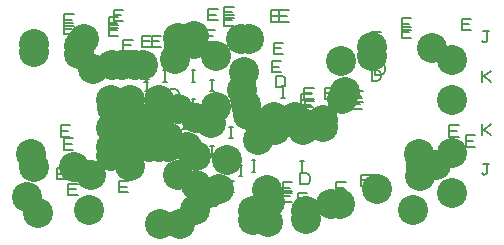
<source format=gbr>
%FSLAX25Y25*%
%MOIN*%
G04 EasyPC Gerber Version 18.0.8 Build 3632 *
%ADD10C,0.00500*%
%ADD150C,0.10000*%
X0Y0D02*
D02*
D10*
X44226Y31266D02*
Y35016D01*
X47351*
X46726Y33141D02*
X44226D01*
Y31266D02*
X47351D01*
X45407Y45439D02*
Y49189D01*
X48532*
X47907Y47314D02*
X45407D01*
Y45439D02*
X48532D01*
X46574Y79512D02*
Y83262D01*
X49700*
X49074Y81387D02*
X46574D01*
Y79512D02*
X49700D01*
X46588Y41108D02*
Y44858D01*
X49713*
X49088Y42983D02*
X46588D01*
Y41108D02*
X49713D01*
X46653Y82425D02*
Y86175D01*
X49778*
X49153Y84300D02*
X46653D01*
Y82425D02*
X49778D01*
X47992Y26008D02*
Y29758D01*
X51117*
X50492Y27883D02*
X47992D01*
Y26008D02*
X51117D01*
X59777Y41305D02*
Y45055D01*
X62902*
X62277Y43180D02*
X59777D01*
Y41305D02*
X62902D01*
X61574Y78961D02*
Y82711D01*
X64700*
X64074Y80836D02*
X61574D01*
Y78961D02*
X64700D01*
X61574Y81520D02*
Y85270D01*
X64700*
X64074Y83395D02*
X61574D01*
Y81520D02*
X64700D01*
X63124Y84022D02*
Y87772D01*
X66249*
X65624Y85897D02*
X63124D01*
Y84022D02*
X66249D01*
X64895Y26935D02*
Y30685D01*
X68020*
X67395Y28810D02*
X64895D01*
Y26935D02*
X68020D01*
X65486Y38549D02*
Y42299D01*
X67361*
X67986Y41987*
X68298Y41674*
X68611Y41049*
Y39799*
X68298Y39174*
X67986Y38862*
X67361Y38549*
X65486*
X66273Y73982D02*
Y77732D01*
X69398*
X68773Y75857D02*
X66273D01*
Y73982D02*
X69398D01*
X73313Y44848D02*
X74563D01*
X73938D02*
Y48598D01*
X73313D02*
X74563D01*
X73313Y47998D02*
X74563D01*
X73938D02*
Y51748D01*
X73313D02*
X74563D01*
X73313Y54297D02*
X74563D01*
X73938D02*
Y58047D01*
X73313D02*
X74563D01*
X73313Y63746D02*
X74563D01*
X73938D02*
Y67496D01*
X73313D02*
X74563D01*
X73510Y60793D02*
X74760D01*
X74135D02*
Y64543D01*
X73510D02*
X74760D01*
X72598Y75360D02*
Y79110D01*
X75723*
X75098Y77235D02*
X72598D01*
Y75360D02*
X75723D01*
X75748D02*
Y79110D01*
X78873*
X78248Y77235D02*
X75748D01*
Y75360D02*
X78873D01*
X79612Y41699D02*
X80862D01*
X80237D02*
Y45449D01*
X79612D02*
X80862D01*
X79612Y47998D02*
X80862D01*
X80237D02*
Y51748D01*
X79612D02*
X80862D01*
X79612Y54297D02*
X80862D01*
X80237D02*
Y58047D01*
X79612D02*
X80862D01*
X79612Y63746D02*
X80862D01*
X80237D02*
Y67496D01*
X79612D02*
X80862D01*
X80078Y75360D02*
Y79110D01*
X83204*
X82578Y77235D02*
X80078D01*
Y75360D02*
X83204D01*
X81824Y51148D02*
Y54898D01*
X83700*
X84324Y54585*
X84637Y54273*
X84950Y53648*
Y52398*
X84637Y51773*
X84324Y51460*
X83700Y51148*
X81824*
X82762Y54297D02*
X84012D01*
X83387D02*
Y58047D01*
X82762D02*
X84012D01*
X81824Y57447D02*
Y61197D01*
X83700*
X84324Y60885*
X84637Y60572*
X84950Y59947*
Y58697*
X84637Y58072*
X84324Y57759*
X83700Y57447*
X81824*
X82834Y75360D02*
Y79110D01*
X85959*
X85334Y77235D02*
X82834D01*
Y75360D02*
X85959D01*
X85911Y47998D02*
X87161D01*
X86537D02*
Y51748D01*
X85911D02*
X87161D01*
X85911Y54297D02*
X87161D01*
X86537D02*
Y58047D01*
X85911D02*
X87161D01*
X89061Y47998D02*
X90311D01*
X89686D02*
Y51748D01*
X89061D02*
X90311D01*
X89061Y54297D02*
X90311D01*
X89686D02*
Y58047D01*
X89061D02*
X90311D01*
X89061Y63746D02*
X90311D01*
X89686D02*
Y67496D01*
X89061D02*
X90311D01*
X88517Y22407D02*
Y26157D01*
X90393*
X91017Y25845*
X91330Y25533*
X91643Y24907*
Y23657*
X91330Y23033*
X91017Y22720*
X90393Y22407*
X88517*
X92211Y47998D02*
X93461D01*
X92836D02*
Y51748D01*
X92211D02*
X93461D01*
X91273Y51148D02*
Y54898D01*
X93148*
X93773Y54585*
X94086Y54273*
X94398Y53648*
Y52398*
X94086Y51773*
X93773Y51460*
X93148Y51148*
X91273*
X93635Y77132D02*
Y80882D01*
X96761*
X96135Y79007D02*
X93635D01*
Y77132D02*
X96761D01*
X95360Y38549D02*
X96610D01*
X95985D02*
Y42299D01*
X95360D02*
X96610D01*
X95360Y60596D02*
X96610D01*
X95985D02*
Y64346D01*
X95360D02*
X96610D01*
X94620Y84219D02*
Y87969D01*
X97745*
X97120Y86094D02*
X94620D01*
Y84219D02*
X97745D01*
X95210Y22211D02*
Y25961D01*
X97085*
X97710Y25648*
X98023Y25336*
X98335Y24711*
Y23461*
X98023Y22836*
X97710Y22523*
X97085Y22211*
X95210*
X98510Y47998D02*
X99760D01*
X99135D02*
Y51748D01*
X98510D02*
X99760D01*
X99960Y82307D02*
Y86057D01*
X103085*
X102460Y84182D02*
X99960D01*
Y82307D02*
X103085D01*
X99960Y85063D02*
Y88813D01*
X103085*
X102460Y86938D02*
X99960D01*
Y85063D02*
X103085D01*
X100131Y26935D02*
Y30685D01*
X103257*
X102631Y28810D02*
X100131D01*
Y26935D02*
X103257D01*
X101659Y35400D02*
X102909D01*
X102285D02*
Y39150D01*
X101659D02*
X102909D01*
X101659Y44848D02*
X102909D01*
X102285D02*
Y48598D01*
X101659D02*
X102909D01*
X101659Y57447D02*
X102909D01*
X102285D02*
Y61197D01*
X101659D02*
X102909D01*
X104809Y32250D02*
X106059D01*
X105434D02*
Y36000D01*
X104809D02*
X106059D01*
X105446Y56069D02*
Y59819D01*
X107322*
X107946Y59507*
X108259Y59194*
X108572Y58569*
Y57319*
X108259Y56694*
X107946Y56381*
X107322Y56069*
X105446*
X107218Y61187D02*
Y64937D01*
X109093*
X109718Y64625*
X110031Y64312*
X110343Y63687*
Y62437*
X110031Y61812*
X109718Y61500*
X109093Y61187*
X107218*
Y78313D02*
Y82063D01*
X110343*
X109718Y80188D02*
X107218D01*
Y78313D02*
X110343D01*
X109140Y33825D02*
X110390D01*
X109765D02*
Y37575D01*
X109140D02*
X110390D01*
X111896Y43667D02*
X113146D01*
X112521D02*
Y47417D01*
X111896D02*
X113146D01*
X115708Y83825D02*
Y87575D01*
X118833*
X118208Y85700D02*
X115708D01*
Y83825D02*
X118833D01*
X115880Y66896D02*
Y70646D01*
X119005*
X118380Y68771D02*
X115880D01*
Y66896D02*
X119005D01*
X116470Y72998D02*
Y76748D01*
X119595*
X118970Y74873D02*
X116470D01*
Y72998D02*
X119595D01*
X117257Y61974D02*
Y65724D01*
X119133*
X119757Y65412*
X120070Y65100*
X120383Y64474*
Y63224*
X120070Y62600*
X119757Y62287*
X119133Y61974*
X117257*
X118982Y58431D02*
X120232D01*
X119607D02*
Y62181D01*
X118982D02*
X120232D01*
X118267Y83825D02*
Y87575D01*
X121393*
X120767Y85700D02*
X118267D01*
Y83825D02*
X121393D01*
X119448Y23646D02*
Y27396D01*
X122574*
X121948Y25521D02*
X119448D01*
Y23646D02*
X122574D01*
X119448Y26598D02*
Y30348D01*
X122574*
X121948Y28474D02*
X119448D01*
Y26598D02*
X122574D01*
X121194Y50360D02*
Y54110D01*
X124320*
X123694Y52235D02*
X121194D01*
Y50360D02*
X124320D01*
X125281Y33431D02*
X126531D01*
X125907D02*
Y37181D01*
X125281D02*
X126531D01*
X124541Y22998D02*
Y26748D01*
X127666*
X127041Y24873D02*
X124541D01*
Y22998D02*
X127666D01*
X125328Y29494D02*
Y33244D01*
X127204*
X127828Y32932*
X128141Y32619*
X128454Y31994*
Y30744*
X128141Y30119*
X127828Y29807*
X127204Y29494*
X125328*
X125722Y55872D02*
Y59622D01*
X128847*
X128222Y57747D02*
X125722D01*
Y55872D02*
X128847D01*
X126706Y58037D02*
Y61787D01*
X129831*
X129206Y59913D02*
X126706D01*
Y58037D02*
X129831D01*
X126903Y53510D02*
Y57260D01*
X130028*
X129403Y55385D02*
X126903D01*
Y53510D02*
X130028D01*
X133596Y58037D02*
Y61787D01*
X136721*
X136096Y59913D02*
X133596D01*
Y58037D02*
X136721D01*
X136155Y53510D02*
Y57260D01*
X139280*
X138655Y55385D02*
X136155D01*
Y53510D02*
X139280D01*
X136155Y55872D02*
Y59622D01*
X139280*
X138655Y57747D02*
X136155D01*
Y55872D02*
X139280D01*
X137362Y23843D02*
Y27593D01*
X140487*
X139862Y25718D02*
X137362D01*
Y23843D02*
X140487D01*
X137362Y26598D02*
Y30348D01*
X140487*
X139862Y28474D02*
X137362D01*
Y26598D02*
X140487D01*
X142848Y54494D02*
Y58244D01*
X145973*
X145348Y56369D02*
X142848D01*
Y54494D02*
X145973D01*
X143045Y57053D02*
Y60803D01*
X146170*
X145545Y58928D02*
X143045D01*
Y57053D02*
X146170D01*
X145433Y28961D02*
Y32711D01*
X148558*
X147933Y30836D02*
X145433D01*
Y28961D02*
X148558D01*
X148582D02*
Y32711D01*
X151707*
X151082Y30836D02*
X148582D01*
Y28961D02*
X151707D01*
X148950Y76541D02*
Y80291D01*
X152076*
X151450Y78417D02*
X148950D01*
Y76541D02*
X152076D01*
X149147Y63943D02*
Y67693D01*
X151022*
X151647Y67381*
X151960Y67068*
X152272Y66443*
Y65193*
X151960Y64568*
X151647Y64256*
X151022Y63943*
X149147*
X150328Y66108D02*
Y69858D01*
X152204*
X152828Y69546*
X153141Y69233*
X153454Y68608*
Y67358*
X153141Y66733*
X152828Y66421*
X152204Y66108*
X150328*
X159212Y78370D02*
Y82120D01*
X162337*
X161712Y80245D02*
X159212D01*
Y78370D02*
X162337D01*
X159212Y81126D02*
Y84876D01*
X162337*
X161712Y83001D02*
X159212D01*
Y81126D02*
X162337D01*
X160787Y33882D02*
Y37632D01*
X163912*
X163287Y35757D02*
X160787D01*
Y33882D02*
X163912D01*
X172795Y26992D02*
Y30742D01*
X175920*
X175295Y28867D02*
X172795D01*
Y26992D02*
X175920D01*
X174935Y45439D02*
Y49189D01*
X178060*
X177435Y47314D02*
X174935D01*
Y45439D02*
X178060D01*
X175131Y38254D02*
Y42004D01*
X178257*
X177631Y40129D02*
X175131D01*
Y38254D02*
X178257D01*
X179069Y80970D02*
Y84720D01*
X182194*
X181569Y82846D02*
X179069D01*
Y80970D02*
X182194D01*
X180446Y42093D02*
Y45843D01*
X183572*
X182946Y43968D02*
X180446D01*
Y42093D02*
X183572D01*
X185761Y33367D02*
X186074Y33055D01*
X186699Y32742*
X187324Y33055*
X187637Y33367*
Y36492*
X188261*
X187637D02*
X186387D01*
X185761Y45884D02*
Y49634D01*
Y47759D02*
X186699D01*
X188887Y49634*
X186699Y47759D02*
X188887Y45884D01*
X185761Y63695D02*
Y67445D01*
Y65570D02*
X186699D01*
X188887Y67445*
X186699Y65570D02*
X188887Y63695D01*
X185761Y77462D02*
X186074Y77149D01*
X186699Y76837*
X187324Y77149*
X187637Y77462*
Y80587*
X188261*
X187637D02*
X186387D01*
D02*
D150*
X34226Y25328D03*
X35407Y39502D03*
X36574Y73574D03*
X36588Y35171D03*
X36653Y76488D03*
X37992Y20070D03*
X49777Y35368D03*
X51574Y73023D03*
Y75582D03*
X53124Y78084D03*
X54895Y20998D03*
X55486Y32612D03*
X56273Y68045D03*
X62376Y38911D03*
Y42061D03*
Y48360D03*
Y57809D03*
X62572Y54856D03*
X62598Y69423D03*
X65748D03*
X68675Y35761D03*
Y42061D03*
Y48360D03*
Y57809D03*
X70078Y69423D03*
X71824Y45210D03*
Y48360D03*
Y51509D03*
X72834Y69423D03*
X74974Y42061D03*
Y48360D03*
X78124Y42061D03*
Y48360D03*
Y57809D03*
X78517Y16470D03*
X81273Y42061D03*
Y45210D03*
X83635Y71194D03*
X84423Y32612D03*
Y54659D03*
X84620Y78281D03*
X85210Y16273D03*
X87572Y42061D03*
X89960Y76370D03*
Y79126D03*
X90131Y20998D03*
X90722Y29462D03*
Y38911D03*
Y51509D03*
X93872Y26313D03*
X95446Y50131D03*
X97218Y55250D03*
Y72376D03*
X98202Y27887D03*
X100958Y37730D03*
X105708Y77887D03*
X105880Y60958D03*
X106470Y67061D03*
X107257Y56037D03*
X108045Y52494D03*
X108267Y77887D03*
X109448Y17708D03*
Y20661D03*
X111194Y44423D03*
X114344Y27494D03*
X114541Y17061D03*
X115328Y23557D03*
X115722Y49935D03*
X116706Y52100D03*
X116903Y47572D03*
X123596Y52100D03*
X126155Y47572D03*
Y49935D03*
X127362Y17905D03*
Y20661D03*
X132848Y48557D03*
X133045Y51116D03*
X135433Y23023D03*
X138582D03*
X138950Y70604D03*
X139147Y58006D03*
X140328Y60171D03*
X149212Y72433D03*
Y75189D03*
X150787Y27944D03*
X162795Y21055D03*
X164935Y39502D03*
X165131Y32317D03*
X169069Y75033D03*
X170446Y36155D03*
X175761Y26805D03*
Y39946D03*
Y57757D03*
Y70899D03*
X0Y0D02*
M02*

</source>
